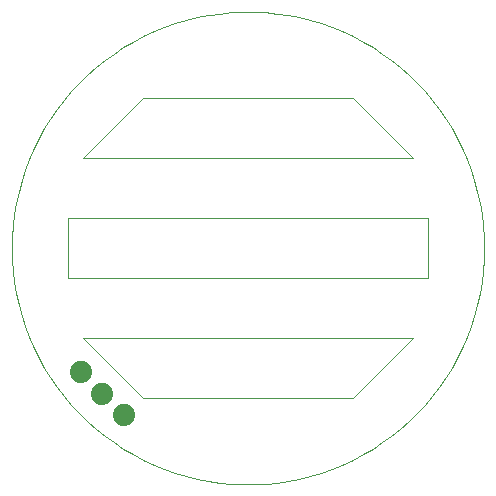
<source format=gbs>
G75*
G70*
%OFA0B0*%
%FSLAX24Y24*%
%IPPOS*%
%LPD*%
%AMOC8*
5,1,8,0,0,1.08239X$1,22.5*
%
%ADD10C,0.0000*%
%ADD11C,0.0740*%
D10*
X004664Y003164D02*
X002664Y005164D01*
X013664Y005164D01*
X011664Y003164D01*
X004664Y003164D01*
X002164Y007164D02*
X002164Y009164D01*
X014164Y009164D01*
X014164Y007164D01*
X002164Y007164D01*
X002664Y011164D02*
X004664Y013164D01*
X011664Y013164D01*
X013664Y011164D01*
X002664Y011164D01*
X000290Y008164D02*
X000299Y007784D01*
X000327Y007404D01*
X000373Y007026D01*
X000437Y006651D01*
X000519Y006280D01*
X000619Y005912D01*
X000736Y005551D01*
X000871Y005195D01*
X001023Y004846D01*
X001192Y004505D01*
X001377Y004172D01*
X001578Y003849D01*
X001794Y003536D01*
X002025Y003233D01*
X002270Y002943D01*
X002529Y002664D01*
X002802Y002398D01*
X003087Y002146D01*
X003383Y001907D01*
X003691Y001684D01*
X004009Y001475D01*
X004337Y001282D01*
X004674Y001106D01*
X005019Y000945D01*
X005372Y000802D01*
X005731Y000675D01*
X006095Y000567D01*
X006465Y000476D01*
X006838Y000402D01*
X007215Y000347D01*
X007594Y000311D01*
X007974Y000292D01*
X008354Y000292D01*
X008734Y000311D01*
X009113Y000347D01*
X009490Y000402D01*
X009863Y000476D01*
X010233Y000567D01*
X010597Y000675D01*
X010956Y000802D01*
X011309Y000945D01*
X011654Y001106D01*
X011991Y001282D01*
X012319Y001475D01*
X012637Y001684D01*
X012945Y001907D01*
X013241Y002146D01*
X013526Y002398D01*
X013799Y002664D01*
X014058Y002943D01*
X014303Y003233D01*
X014534Y003536D01*
X014750Y003849D01*
X014951Y004172D01*
X015136Y004505D01*
X015305Y004846D01*
X015457Y005195D01*
X015592Y005551D01*
X015709Y005912D01*
X015809Y006280D01*
X015891Y006651D01*
X015955Y007026D01*
X016001Y007404D01*
X016029Y007784D01*
X016038Y008164D01*
X016029Y008544D01*
X016001Y008924D01*
X015955Y009302D01*
X015891Y009677D01*
X015809Y010048D01*
X015709Y010416D01*
X015592Y010777D01*
X015457Y011133D01*
X015305Y011482D01*
X015136Y011823D01*
X014951Y012156D01*
X014750Y012479D01*
X014534Y012792D01*
X014303Y013095D01*
X014058Y013385D01*
X013799Y013664D01*
X013526Y013930D01*
X013241Y014182D01*
X012945Y014421D01*
X012637Y014644D01*
X012319Y014853D01*
X011991Y015046D01*
X011654Y015222D01*
X011309Y015383D01*
X010956Y015526D01*
X010597Y015653D01*
X010233Y015761D01*
X009863Y015852D01*
X009490Y015926D01*
X009113Y015981D01*
X008734Y016017D01*
X008354Y016036D01*
X007974Y016036D01*
X007594Y016017D01*
X007215Y015981D01*
X006838Y015926D01*
X006465Y015852D01*
X006095Y015761D01*
X005731Y015653D01*
X005372Y015526D01*
X005019Y015383D01*
X004674Y015222D01*
X004337Y015046D01*
X004009Y014853D01*
X003691Y014644D01*
X003383Y014421D01*
X003087Y014182D01*
X002802Y013930D01*
X002529Y013664D01*
X002270Y013385D01*
X002025Y013095D01*
X001794Y012792D01*
X001578Y012479D01*
X001377Y012156D01*
X001192Y011823D01*
X001023Y011482D01*
X000871Y011133D01*
X000736Y010777D01*
X000619Y010416D01*
X000519Y010048D01*
X000437Y009677D01*
X000373Y009302D01*
X000327Y008924D01*
X000299Y008544D01*
X000290Y008164D01*
D11*
X003310Y003310D03*
X004017Y002603D03*
X002603Y004017D03*
M02*

</source>
